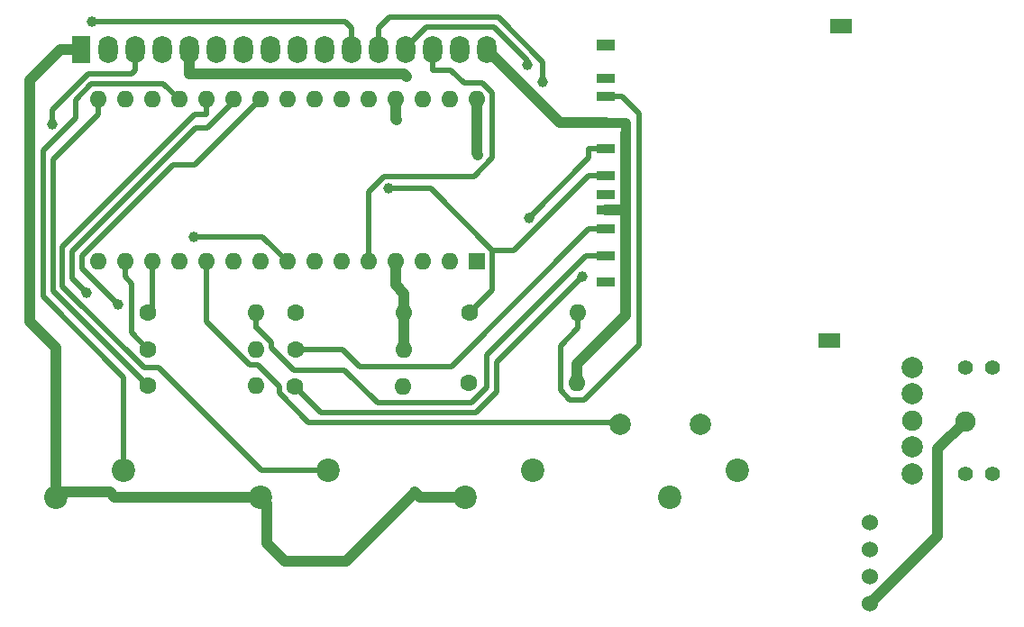
<source format=gbr>
%TF.GenerationSoftware,KiCad,Pcbnew,7.0.1*%
%TF.CreationDate,2024-03-20T11:55:58+03:00*%
%TF.ProjectId,TZXDuino,545a5844-7569-46e6-9f2e-6b696361645f,rev?*%
%TF.SameCoordinates,Original*%
%TF.FileFunction,Copper,L2,Bot*%
%TF.FilePolarity,Positive*%
%FSLAX46Y46*%
G04 Gerber Fmt 4.6, Leading zero omitted, Abs format (unit mm)*
G04 Created by KiCad (PCBNEW 7.0.1) date 2024-03-20 11:55:58*
%MOMM*%
%LPD*%
G01*
G04 APERTURE LIST*
%TA.AperFunction,ComponentPad*%
%ADD10C,2.200000*%
%TD*%
%TA.AperFunction,ComponentPad*%
%ADD11R,1.800000X2.600000*%
%TD*%
%TA.AperFunction,ComponentPad*%
%ADD12O,1.800000X2.600000*%
%TD*%
%TA.AperFunction,ComponentPad*%
%ADD13O,1.600000X1.600000*%
%TD*%
%TA.AperFunction,ComponentPad*%
%ADD14R,1.600000X1.600000*%
%TD*%
%TA.AperFunction,ComponentPad*%
%ADD15C,1.600000*%
%TD*%
%TA.AperFunction,ComponentPad*%
%ADD16C,1.524000*%
%TD*%
%TA.AperFunction,ComponentPad*%
%ADD17C,2.000000*%
%TD*%
%TA.AperFunction,ComponentPad*%
%ADD18C,1.900000*%
%TD*%
%TA.AperFunction,ComponentPad*%
%ADD19C,1.400000*%
%TD*%
%TA.AperFunction,SMDPad,CuDef*%
%ADD20R,1.800000X1.100000*%
%TD*%
%TA.AperFunction,SMDPad,CuDef*%
%ADD21R,2.000000X1.400000*%
%TD*%
%TA.AperFunction,SMDPad,CuDef*%
%ADD22R,1.800000X0.900000*%
%TD*%
%TA.AperFunction,ViaPad*%
%ADD23C,1.000000*%
%TD*%
%TA.AperFunction,Conductor*%
%ADD24C,1.000000*%
%TD*%
%TA.AperFunction,Conductor*%
%ADD25C,0.500000*%
%TD*%
%TA.AperFunction,Conductor*%
%ADD26C,0.899800*%
%TD*%
G04 APERTURE END LIST*
D10*
%TO.P,SW4,1,1*%
%TO.N,A3*%
X158135000Y-109160000D03*
%TO.P,SW4,2,2*%
%TO.N,GND*%
X151785000Y-111700000D03*
%TD*%
%TO.P,SW3,2,2*%
%TO.N,GND*%
X132567500Y-111700000D03*
%TO.P,SW3,1,1*%
%TO.N,A2*%
X138917500Y-109160000D03*
%TD*%
%TO.P,SW2,1,1*%
%TO.N,A1*%
X119699900Y-109160000D03*
%TO.P,SW2,2,2*%
%TO.N,GND*%
X113349900Y-111700000D03*
%TD*%
%TO.P,SW1,1,1*%
%TO.N,A0*%
X100482400Y-109160000D03*
%TO.P,SW1,2,2*%
%TO.N,GND*%
X94132400Y-111700000D03*
%TD*%
D11*
%TO.P,U2,1,VSS*%
%TO.N,GND*%
X96469200Y-69596000D03*
D12*
%TO.P,U2,2,VDD*%
%TO.N,+5V*%
X99009200Y-69596000D03*
%TO.P,U2,3,VO*%
%TO.N,Net-(U2-VO)*%
X101549200Y-69596000D03*
%TO.P,U2,4,RS*%
%TO.N,D7*%
X104089200Y-69596000D03*
%TO.P,U2,5,R/W*%
%TO.N,GND*%
X106629200Y-69596000D03*
%TO.P,U2,6,E*%
%TO.N,D6*%
X109169200Y-69596000D03*
%TO.P,U2,7,D0*%
%TO.N,unconnected-(U2-D0-Pad7)*%
X111709200Y-69596000D03*
%TO.P,U2,8,D1*%
%TO.N,unconnected-(U2-D1-Pad8)*%
X114249200Y-69596000D03*
%TO.P,U2,9,D2*%
%TO.N,unconnected-(U2-D2-Pad9)*%
X116789200Y-69596000D03*
%TO.P,U2,10,D3*%
%TO.N,unconnected-(U2-D3-Pad10)*%
X119329200Y-69596000D03*
%TO.P,U2,11,D4*%
%TO.N,D5*%
X121869200Y-69596000D03*
%TO.P,U2,12,D5*%
%TO.N,D4*%
X124409200Y-69596000D03*
%TO.P,U2,13,D6*%
%TO.N,D3*%
X126949200Y-69596000D03*
%TO.P,U2,14,D7*%
%TO.N,D2*%
X129489200Y-69596000D03*
%TO.P,U2,15,LED(+)*%
%TO.N,+5V*%
X132029200Y-69596000D03*
%TO.P,U2,16,LED(-)*%
%TO.N,GND*%
X134569200Y-69596000D03*
%TD*%
D13*
%TO.P,U1,30,VIN*%
%TO.N,Net-(J3-Pin_1)*%
X133604000Y-74320400D03*
%TO.P,U1,29,GND*%
%TO.N,GND*%
X131064000Y-74320400D03*
%TO.P,U1,28,~{RESET}*%
%TO.N,unconnected-(U1-~{RESET}-Pad28)*%
X128524000Y-74320400D03*
%TO.P,U1,27,+5V*%
%TO.N,+5V*%
X125984000Y-74320400D03*
%TO.P,U1,26,A7*%
%TO.N,unconnected-(U1-A7-Pad26)*%
X123444000Y-74320400D03*
%TO.P,U1,25,A6*%
%TO.N,unconnected-(U1-A6-Pad25)*%
X120904000Y-74320400D03*
%TO.P,U1,24,A5*%
%TO.N,unconnected-(U1-A5-Pad24)*%
X118364000Y-74320400D03*
%TO.P,U1,23,A4*%
%TO.N,unconnected-(U1-A4-Pad23)*%
X115824000Y-74320400D03*
%TO.P,U1,22,A3*%
%TO.N,A3*%
X113284000Y-74320400D03*
%TO.P,U1,21,A2*%
%TO.N,A2*%
X110744000Y-74320400D03*
%TO.P,U1,20,A1*%
%TO.N,A1*%
X108204000Y-74320400D03*
%TO.P,U1,19,A0*%
%TO.N,A0*%
X105664000Y-74320400D03*
%TO.P,U1,18,AREF*%
%TO.N,unconnected-(U1-AREF-Pad18)*%
X103124000Y-74320400D03*
%TO.P,U1,17,3V3*%
%TO.N,+3.3V*%
X100584000Y-74320400D03*
%TO.P,U1,16,D13*%
%TO.N,SCK*%
X98044000Y-74320400D03*
%TO.P,U1,15,D12*%
%TO.N,MISO*%
X98044000Y-89560400D03*
%TO.P,U1,14,D11*%
%TO.N,MOSI*%
X100584000Y-89560400D03*
%TO.P,U1,13,D10*%
%TO.N,CS*%
X103124000Y-89560400D03*
%TO.P,U1,12,D9*%
%TO.N,D9*%
X105664000Y-89560400D03*
%TO.P,U1,11,D8*%
%TO.N,D8*%
X108204000Y-89560400D03*
%TO.P,U1,10,D7*%
%TO.N,D7*%
X110744000Y-89560400D03*
%TO.P,U1,9,D6*%
%TO.N,D6*%
X113284000Y-89560400D03*
%TO.P,U1,8,D5*%
%TO.N,D5*%
X115824000Y-89560400D03*
%TO.P,U1,7,D4*%
%TO.N,D4*%
X118364000Y-89560400D03*
%TO.P,U1,6,D3*%
%TO.N,D3*%
X120904000Y-89560400D03*
%TO.P,U1,5,D2*%
%TO.N,D2*%
X123444000Y-89560400D03*
%TO.P,U1,4,GND*%
%TO.N,GND*%
X125984000Y-89560400D03*
%TO.P,U1,3,~{RESET}*%
%TO.N,unconnected-(U1-~{RESET}-Pad3)*%
X128524000Y-89560400D03*
%TO.P,U1,2,D0/RX*%
%TO.N,unconnected-(U1-D0{slash}RX-Pad2)*%
X131064000Y-89560400D03*
D14*
%TO.P,U1,1,D1/TX*%
%TO.N,unconnected-(U1-D1{slash}TX-Pad1)*%
X133604000Y-89560400D03*
%TD*%
D13*
%TO.P,R4,2*%
%TO.N,Net-(J1-CD{slash}DAT3)*%
X112877600Y-94335600D03*
D15*
%TO.P,R4,1*%
%TO.N,CS*%
X102717600Y-94335600D03*
%TD*%
D16*
%TO.P,J3,1,Pin_1*%
%TO.N,Net-(J3-Pin_1)*%
X170582400Y-114122600D03*
%TO.P,J3,2,Pin_2*%
%TO.N,unconnected-(J3-Pin_2-Pad2)*%
X170582400Y-116662600D03*
%TO.P,J3,3,Pin_3*%
%TO.N,unconnected-(J3-Pin_3-Pad3)*%
X170582400Y-119202600D03*
%TO.P,J3,4,Pin_4*%
%TO.N,GND*%
X170582400Y-121742600D03*
%TD*%
D13*
%TO.P,R7,2*%
%TO.N,GND*%
X126796800Y-94386400D03*
D15*
%TO.P,R7,1*%
%TO.N,Net-(J1-CD{slash}DAT3)*%
X116636800Y-94386400D03*
%TD*%
D13*
%TO.P,R6,2*%
%TO.N,GND*%
X126746000Y-97840800D03*
D15*
%TO.P,R6,1*%
%TO.N,Net-(J1-CMD)*%
X116586000Y-97840800D03*
%TD*%
D17*
%TO.P,J2,1,Pin_1*%
%TO.N,GND*%
X154670000Y-104900000D03*
%TO.P,J2,2,Pin_2*%
%TO.N,D8*%
X147070000Y-104900000D03*
%TD*%
%TO.P,J5,3*%
%TO.N,unconnected-(J5-Pad3)*%
X174550000Y-109500000D03*
D18*
%TO.P,J5,2*%
%TO.N,GND*%
X179510000Y-104580000D03*
D17*
%TO.P,J5,1*%
%TO.N,D9*%
X174550000Y-99500000D03*
%TO.P,J5,*%
%TO.N,*%
X174550000Y-102000000D03*
D18*
X174550000Y-104500000D03*
D17*
X174550000Y-107000000D03*
D19*
X179550000Y-99500000D03*
X179550000Y-109500000D03*
X182050000Y-99500000D03*
X182050000Y-109500000D03*
%TD*%
D20*
%TO.P,J1,WP*%
%TO.N,N/C*%
X145727600Y-69220800D03*
D21*
%TO.P,J1,SH@2*%
X167877600Y-67470800D03*
%TO.P,J1,SH@1*%
X166727600Y-96970800D03*
D22*
%TO.P,J1,CD*%
X145727600Y-83240800D03*
%TO.P,J1,9,DAT2*%
%TO.N,unconnected-(J1-DAT2-Pad9)*%
X145727600Y-91490800D03*
%TO.P,J1,8,DAT1*%
%TO.N,unconnected-(J1-DAT1-Pad8)*%
X145727600Y-72370800D03*
%TO.P,J1,7,DAT0*%
%TO.N,MISO*%
X145727600Y-74070800D03*
%TO.P,J1,6,VSS*%
%TO.N,GND*%
X145727600Y-76490800D03*
%TO.P,J1,5,CLK*%
%TO.N,Net-(J1-CLK)*%
X145727600Y-78990800D03*
%TO.P,J1,4,VDD*%
%TO.N,+3.3V*%
X145727600Y-81490800D03*
%TO.P,J1,3,VSS*%
%TO.N,GND*%
X145727600Y-84740800D03*
%TO.P,J1,2,CMD*%
%TO.N,Net-(J1-CMD)*%
X145727600Y-86490800D03*
%TO.P,J1,1,CD/DAT3*%
%TO.N,Net-(J1-CD{slash}DAT3)*%
X145727600Y-88990800D03*
%TD*%
D13*
%TO.P,R8,2*%
%TO.N,MISO*%
X143103600Y-94386400D03*
D15*
%TO.P,R8,1*%
%TO.N,+3.3V*%
X132943600Y-94386400D03*
%TD*%
D13*
%TO.P,R2,2*%
%TO.N,Net-(J1-CLK)*%
X112877600Y-101244400D03*
D15*
%TO.P,R2,1*%
%TO.N,SCK*%
X102717600Y-101244400D03*
%TD*%
D13*
%TO.P,R5,2*%
%TO.N,GND*%
X126695200Y-101295200D03*
D15*
%TO.P,R5,1*%
%TO.N,Net-(J1-CLK)*%
X116535200Y-101295200D03*
%TD*%
D13*
%TO.P,R3,2*%
%TO.N,Net-(J1-CMD)*%
X112877600Y-97790000D03*
D15*
%TO.P,R3,1*%
%TO.N,MOSI*%
X102717600Y-97790000D03*
%TD*%
D13*
%TO.P,R1,2*%
%TO.N,GND*%
X143052800Y-100990400D03*
D15*
%TO.P,R1,1*%
%TO.N,Net-(U2-VO)*%
X132892800Y-100990400D03*
%TD*%
D23*
%TO.N,Net-(J3-Pin_1)*%
X133739000Y-79511800D03*
%TO.N,Net-(J1-CLK)*%
X138541400Y-85467800D03*
X143550200Y-90966100D03*
%TO.N,D3*%
X138348000Y-71070100D03*
%TO.N,D4*%
X139844100Y-72700100D03*
%TO.N,D5*%
X107027300Y-87266800D03*
X97446700Y-67020600D03*
%TO.N,A3*%
X99944900Y-93622000D03*
%TO.N,A2*%
X97003700Y-92487800D03*
%TO.N,Net-(U2-VO)*%
X93737400Y-76667700D03*
%TO.N,+3.3V*%
X125368800Y-82711800D03*
%TO.N,+5V*%
X126067800Y-76206100D03*
%TO.N,GND*%
X127067100Y-72208200D03*
%TD*%
D24*
%TO.N,GND*%
X115570000Y-117700000D02*
X121396195Y-117700000D01*
X127770000Y-111326195D02*
X127770000Y-111200000D01*
X113929900Y-116059900D02*
X115570000Y-117700000D01*
X127770000Y-111200000D02*
X128270000Y-111700000D01*
X113929900Y-112280000D02*
X113929900Y-116059900D01*
X121396195Y-117700000D02*
X127770000Y-111326195D01*
X113349900Y-111700000D02*
X113929900Y-112280000D01*
X128270000Y-111700000D02*
X132567500Y-111700000D01*
D25*
%TO.N,D8*%
X115083300Y-101326200D02*
X115083300Y-101903900D01*
X115083300Y-101903900D02*
X117836300Y-104656900D01*
X113066300Y-99309200D02*
X115083300Y-101326200D01*
X112307500Y-99309200D02*
X113066300Y-99309200D01*
X117836300Y-104656900D02*
X146826900Y-104656900D01*
X146826900Y-104656900D02*
X147070000Y-104900000D01*
X108204000Y-95205700D02*
X112307500Y-99309200D01*
X108204000Y-89560400D02*
X108204000Y-95205700D01*
D24*
%TO.N,Net-(J3-Pin_1)*%
X133604000Y-79376800D02*
X133739000Y-79511800D01*
X133604000Y-74320400D02*
X133604000Y-79376800D01*
D25*
%TO.N,Net-(J1-CLK)*%
X118995000Y-103755000D02*
X116535200Y-101295200D01*
X133561900Y-103755000D02*
X118995000Y-103755000D01*
X135478000Y-101838900D02*
X133561900Y-103755000D01*
X135478000Y-99038300D02*
X135478000Y-101838900D01*
X143550200Y-90966100D02*
X135478000Y-99038300D01*
X144175700Y-79833500D02*
X138541400Y-85467800D01*
X144175700Y-78990800D02*
X144175700Y-79833500D01*
X145727600Y-78990800D02*
X144175700Y-78990800D01*
%TO.N,Net-(J1-CMD)*%
X145727600Y-86490800D02*
X144175700Y-86490800D01*
X121046100Y-97840800D02*
X116586000Y-97840800D01*
X122630200Y-99424900D02*
X121046100Y-97840800D01*
X131241600Y-99424900D02*
X122630200Y-99424900D01*
X144175700Y-86490800D02*
X131241600Y-99424900D01*
%TO.N,Net-(J1-CD{slash}DAT3)*%
X112877600Y-94335600D02*
X112877600Y-95787500D01*
X145727600Y-88990800D02*
X144175700Y-88990800D01*
X112968500Y-95787500D02*
X112877600Y-95787500D01*
X114329500Y-97148500D02*
X112968500Y-95787500D01*
X114329500Y-97654000D02*
X114329500Y-97148500D01*
X116420200Y-99744700D02*
X114329500Y-97654000D01*
X121231000Y-99744700D02*
X116420200Y-99744700D01*
X124333400Y-102847100D02*
X121231000Y-99744700D01*
X133142700Y-102847100D02*
X124333400Y-102847100D01*
X134576100Y-101413700D02*
X133142700Y-102847100D01*
X134576100Y-98311100D02*
X134576100Y-101413700D01*
X143896400Y-88990800D02*
X134576100Y-98311100D01*
X144175700Y-88990800D02*
X143896400Y-88990800D01*
%TO.N,D2*%
X123444000Y-89560400D02*
X123444000Y-88108500D01*
X129489200Y-69596000D02*
X129489200Y-71547900D01*
X123444000Y-82997300D02*
X123444000Y-88108500D01*
X124881400Y-81559900D02*
X123444000Y-82997300D01*
X133371800Y-81559900D02*
X124881400Y-81559900D01*
X135093600Y-79838100D02*
X133371800Y-81559900D01*
X135093600Y-73693700D02*
X135093600Y-79838100D01*
X134169900Y-72770000D02*
X135093600Y-73693700D01*
X132419600Y-72770000D02*
X134169900Y-72770000D01*
X131197500Y-71547900D02*
X132419600Y-72770000D01*
X129489200Y-71547900D02*
X131197500Y-71547900D01*
%TO.N,D3*%
X138348000Y-70621100D02*
X138348000Y-71070100D01*
X135244000Y-67517100D02*
X138348000Y-70621100D01*
X128933600Y-67517100D02*
X135244000Y-67517100D01*
X126949200Y-69501500D02*
X128933600Y-67517100D01*
X126949200Y-69596000D02*
X126949200Y-69501500D01*
%TO.N,D4*%
X124409200Y-69596000D02*
X124409200Y-67644100D01*
X139844100Y-70786200D02*
X139844100Y-72700100D01*
X135673100Y-66615200D02*
X139844100Y-70786200D01*
X125438100Y-66615200D02*
X135673100Y-66615200D01*
X124409200Y-67644100D02*
X125438100Y-66615200D01*
%TO.N,D5*%
X121245700Y-67020600D02*
X121869200Y-67644100D01*
X97446700Y-67020600D02*
X121245700Y-67020600D01*
X121869200Y-69596000D02*
X121869200Y-67644100D01*
X113530400Y-87266800D02*
X107027300Y-87266800D01*
X115824000Y-89560400D02*
X113530400Y-87266800D01*
%TO.N,A3*%
X96544500Y-90221600D02*
X99944900Y-93622000D01*
X96544500Y-89001900D02*
X96544500Y-90221600D01*
X105078200Y-80468200D02*
X96544500Y-89001900D01*
X107136200Y-80468200D02*
X105078200Y-80468200D01*
X113284000Y-74320400D02*
X107136200Y-80468200D01*
%TO.N,A2*%
X95635000Y-91119100D02*
X97003700Y-92487800D01*
X95635000Y-88580700D02*
X95635000Y-91119100D01*
X107203600Y-77012100D02*
X95635000Y-88580700D01*
X108292300Y-77012100D02*
X107203600Y-77012100D01*
X110744000Y-74560400D02*
X108292300Y-77012100D01*
X110744000Y-74320400D02*
X110744000Y-74560400D01*
%TO.N,A1*%
X108204000Y-74320400D02*
X108204000Y-75772300D01*
X113426800Y-109160000D02*
X119699900Y-109160000D01*
X103784000Y-99517200D02*
X113426800Y-109160000D01*
X102375800Y-99517200D02*
X103784000Y-99517200D01*
X94725500Y-91866900D02*
X102375800Y-99517200D01*
X94725500Y-88159600D02*
X94725500Y-91866900D01*
X107112800Y-75772300D02*
X94725500Y-88159600D01*
X108204000Y-75772300D02*
X107112800Y-75772300D01*
%TO.N,A0*%
X104208100Y-72864500D02*
X105664000Y-74320400D01*
X97442400Y-72864500D02*
X104208100Y-72864500D01*
X95970100Y-74336800D02*
X97442400Y-72864500D01*
X95970100Y-76064200D02*
X95970100Y-74336800D01*
X92895500Y-79138800D02*
X95970100Y-76064200D01*
X92895500Y-92854800D02*
X92895500Y-79138800D01*
X100482400Y-100441700D02*
X92895500Y-92854800D01*
X100482400Y-109160000D02*
X100482400Y-100441700D01*
%TO.N,Net-(U2-VO)*%
X101212400Y-71884700D02*
X101549200Y-71547900D01*
X97137000Y-71884700D02*
X101212400Y-71884700D01*
X93737400Y-75284300D02*
X97137000Y-71884700D01*
X93737400Y-76667700D02*
X93737400Y-75284300D01*
X101549200Y-69596000D02*
X101549200Y-71547900D01*
%TO.N,+3.3V*%
X145727600Y-81490800D02*
X144175700Y-81490800D01*
X135092200Y-92237800D02*
X135092200Y-88521400D01*
X132943600Y-94386400D02*
X135092200Y-92237800D01*
X137145100Y-88521400D02*
X144175700Y-81490800D01*
X135092200Y-88521400D02*
X137145100Y-88521400D01*
X129282600Y-82711800D02*
X125368800Y-82711800D01*
X135092200Y-88521400D02*
X129282600Y-82711800D01*
%TO.N,SCK*%
X98044000Y-74320400D02*
X98044000Y-75772300D01*
X93813400Y-80002900D02*
X98044000Y-75772300D01*
X93813400Y-92340200D02*
X93813400Y-80002900D01*
X102717600Y-101244400D02*
X93813400Y-92340200D01*
%TO.N,MISO*%
X143103600Y-94386400D02*
X143103600Y-95838300D01*
X145727600Y-74070800D02*
X147279500Y-74070800D01*
X141474000Y-97467900D02*
X143103600Y-95838300D01*
X141474000Y-101647300D02*
X141474000Y-97467900D01*
X142400600Y-102573900D02*
X141474000Y-101647300D01*
X143701700Y-102573900D02*
X142400600Y-102573900D01*
X148885100Y-97390500D02*
X143701700Y-102573900D01*
X148885100Y-75676400D02*
X148885100Y-97390500D01*
X147279500Y-74070800D02*
X148885100Y-75676400D01*
%TO.N,MOSI*%
X101185500Y-91613800D02*
X100584000Y-91012300D01*
X101185500Y-96257900D02*
X101185500Y-91613800D01*
X102717600Y-97790000D02*
X101185500Y-96257900D01*
X100584000Y-89560400D02*
X100584000Y-91012300D01*
%TO.N,CS*%
X103124000Y-93929200D02*
X103124000Y-89560400D01*
X102717600Y-94335600D02*
X103124000Y-93929200D01*
D24*
%TO.N,+5V*%
X125984000Y-74320400D02*
X125984000Y-76122300D01*
X125984000Y-76122300D02*
X126067800Y-76206100D01*
%TO.N,GND*%
X145727600Y-84740800D02*
X147629500Y-84740800D01*
X143052800Y-100990400D02*
X143052800Y-99188500D01*
X141464000Y-76490800D02*
X134569200Y-69596000D01*
X145727600Y-76490800D02*
X141464000Y-76490800D01*
X125984000Y-91771700D02*
X125984000Y-89560400D01*
X126796800Y-92584500D02*
X125984000Y-91771700D01*
X126796800Y-94386400D02*
X126796800Y-92584500D01*
X126796800Y-95988100D02*
X126796800Y-94386400D01*
X126746000Y-96038900D02*
X126796800Y-95988100D01*
X126746000Y-97840800D02*
X126746000Y-96038900D01*
X176933500Y-115391500D02*
X170582400Y-121742600D01*
X176933500Y-107156500D02*
X176933500Y-115391500D01*
X179510000Y-104580000D02*
X176933500Y-107156500D01*
X147629500Y-94611800D02*
X147629500Y-84740800D01*
X143052800Y-99188500D02*
X147629500Y-94611800D01*
X147629500Y-84740800D02*
X147629500Y-77540400D01*
D26*
X147579400Y-77490300D02*
X147579400Y-76490800D01*
X147629500Y-77540400D02*
X147579400Y-77490300D01*
X145727600Y-76490800D02*
X147579400Y-76490800D01*
D24*
X96469200Y-69596000D02*
X94567300Y-69596000D01*
X94132400Y-97679600D02*
X94132400Y-111209200D01*
X91643600Y-95190800D02*
X94132400Y-97679600D01*
X91643600Y-72519700D02*
X91643600Y-95190800D01*
X94567300Y-69596000D02*
X91643600Y-72519700D01*
X94132400Y-111209200D02*
X94132400Y-111700000D01*
X126756800Y-71897900D02*
X127067100Y-72208200D01*
X106629200Y-71897900D02*
X126756800Y-71897900D01*
X106629200Y-69596000D02*
X106629200Y-71897900D01*
X99647800Y-111700000D02*
X107591200Y-111700000D01*
X99157000Y-111209200D02*
X99647800Y-111700000D01*
X94132400Y-111209200D02*
X99157000Y-111209200D01*
X107591200Y-111700000D02*
X110470600Y-111700000D01*
X110470600Y-111700000D02*
X111910300Y-111700000D01*
X111910300Y-111700000D02*
X112630100Y-111700000D01*
X112630100Y-111700000D02*
X112990000Y-111700000D01*
X112990000Y-111700000D02*
X113170000Y-111700000D01*
X113170000Y-111700000D02*
X113349900Y-111700000D01*
%TD*%
M02*

</source>
